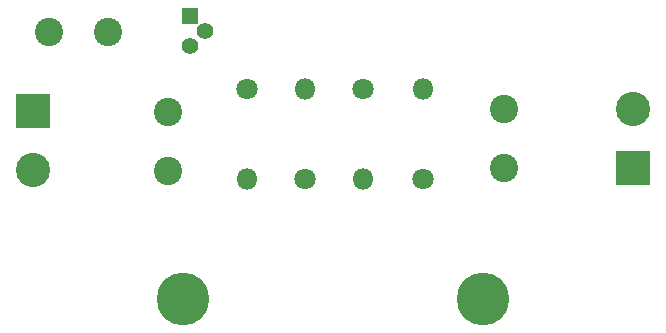
<source format=gbr>
G04 #@! TF.FileFunction,Soldermask,Top*
%FSLAX46Y46*%
G04 Gerber Fmt 4.6, Leading zero omitted, Abs format (unit mm)*
G04 Created by KiCad (PCBNEW 4.0.6) date 05/20/17 00:50:32*
%MOMM*%
%LPD*%
G01*
G04 APERTURE LIST*
%ADD10C,0.100000*%
%ADD11C,4.464000*%
%ADD12R,2.900000X2.900000*%
%ADD13C,2.900000*%
%ADD14C,1.400000*%
%ADD15R,1.400000X1.400000*%
%ADD16C,1.800000*%
%ADD17O,1.800000X1.800000*%
%ADD18C,2.400000*%
G04 APERTURE END LIST*
D10*
D11*
X154940000Y-104140000D03*
D12*
X116825000Y-88250000D03*
D13*
X116825000Y-93250000D03*
D12*
X167650000Y-93100000D03*
D13*
X167650000Y-88100000D03*
D14*
X131370000Y-81505000D03*
X130100000Y-82775000D03*
D15*
X130100000Y-80235000D03*
D16*
X144780000Y-86360000D03*
D17*
X144780000Y-93980000D03*
D16*
X149860000Y-93980000D03*
D17*
X149860000Y-86360000D03*
D16*
X134950000Y-86360000D03*
D17*
X134950000Y-93980000D03*
D16*
X139825000Y-93980000D03*
D17*
X139825000Y-86360000D03*
D11*
X129540000Y-104140000D03*
D18*
X118175000Y-81525000D03*
X123175000Y-81525000D03*
X128225000Y-88325000D03*
X128225000Y-93325000D03*
X156675000Y-88100000D03*
X156675000Y-93100000D03*
M02*

</source>
